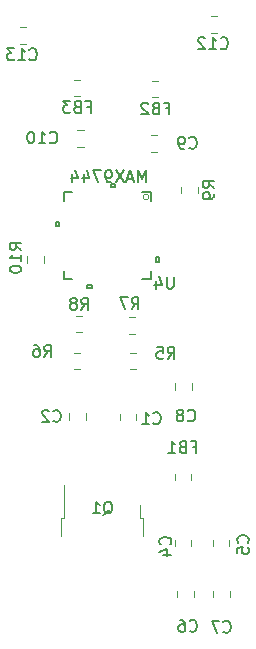
<source format=gbr>
G04 #@! TF.GenerationSoftware,KiCad,Pcbnew,(5.1.5)-3*
G04 #@! TF.CreationDate,2022-03-29T23:54:09-05:00*
G04 #@! TF.ProjectId,ControlBoardT4_22PinSound_PowerAmp,436f6e74-726f-46c4-926f-61726454345f,rev?*
G04 #@! TF.SameCoordinates,Original*
G04 #@! TF.FileFunction,Legend,Bot*
G04 #@! TF.FilePolarity,Positive*
%FSLAX46Y46*%
G04 Gerber Fmt 4.6, Leading zero omitted, Abs format (unit mm)*
G04 Created by KiCad (PCBNEW (5.1.5)-3) date 2022-03-29 23:54:09*
%MOMM*%
%LPD*%
G04 APERTURE LIST*
%ADD10C,0.120000*%
%ADD11C,0.152400*%
%ADD12C,0.150000*%
G04 APERTURE END LIST*
D10*
X129621920Y-111979808D02*
X129621920Y-112502312D01*
X128201920Y-111979808D02*
X128201920Y-112502312D01*
X123947420Y-111918848D02*
X123947420Y-112441352D01*
X125367420Y-111918848D02*
X125367420Y-112441352D01*
X134266040Y-122667868D02*
X134266040Y-123190372D01*
X132846040Y-122667868D02*
X132846040Y-123190372D01*
X137491840Y-122667868D02*
X137491840Y-123190372D01*
X136071840Y-122667868D02*
X136071840Y-123190372D01*
X133055860Y-126935328D02*
X133055860Y-127457832D01*
X134475860Y-126935328D02*
X134475860Y-127457832D01*
X136101320Y-126975968D02*
X136101320Y-127498472D01*
X137521320Y-126975968D02*
X137521320Y-127498472D01*
X134328540Y-109381388D02*
X134328540Y-109903892D01*
X132908540Y-109381388D02*
X132908540Y-109903892D01*
X130845228Y-88391660D02*
X131367732Y-88391660D01*
X130845228Y-89811660D02*
X131367732Y-89811660D01*
X125142192Y-87944620D02*
X124619688Y-87944620D01*
X125142192Y-89364620D02*
X124619688Y-89364620D01*
X136461252Y-78290000D02*
X135938748Y-78290000D01*
X136461252Y-79710000D02*
X135938748Y-79710000D01*
X120261252Y-80606700D02*
X119738748Y-80606700D01*
X120261252Y-79186700D02*
X119738748Y-79186700D01*
X132855200Y-117062348D02*
X132855200Y-117584852D01*
X134275200Y-117062348D02*
X134275200Y-117584852D01*
X131487112Y-83746000D02*
X130964608Y-83746000D01*
X131487112Y-85166000D02*
X130964608Y-85166000D01*
X124352988Y-83654560D02*
X124875492Y-83654560D01*
X124352988Y-85074560D02*
X124875492Y-85074560D01*
X129579572Y-106771100D02*
X129057068Y-106771100D01*
X129579572Y-108191100D02*
X129057068Y-108191100D01*
X124819612Y-108191100D02*
X124297108Y-108191100D01*
X124819612Y-106771100D02*
X124297108Y-106771100D01*
X129006268Y-103738340D02*
X129528772Y-103738340D01*
X129006268Y-105158340D02*
X129528772Y-105158340D01*
X125045672Y-103649440D02*
X124523168Y-103649440D01*
X125045672Y-105069440D02*
X124523168Y-105069440D01*
X133414000Y-93260652D02*
X133414000Y-92738148D01*
X134834000Y-93260652D02*
X134834000Y-92738148D01*
X120355860Y-99157152D02*
X120355860Y-98634648D01*
X121775860Y-99157152D02*
X121775860Y-98634648D01*
X123258200Y-122281400D02*
X123258200Y-120781400D01*
X123258200Y-120781400D02*
X123528200Y-120781400D01*
X123528200Y-120781400D02*
X123528200Y-117951400D01*
X130158200Y-122281400D02*
X130158200Y-120781400D01*
X130158200Y-120781400D02*
X129888200Y-120781400D01*
X129888200Y-120781400D02*
X129888200Y-119681400D01*
D11*
X127459499Y-92785200D02*
X127840499Y-92785200D01*
X127459499Y-92531200D02*
X127459499Y-92785200D01*
X127840499Y-92531200D02*
X127459499Y-92531200D01*
X127840499Y-92785200D02*
X127840499Y-92531200D01*
X123035200Y-95709499D02*
X122781200Y-95709499D01*
X123035200Y-96090499D02*
X123035200Y-95709499D01*
X122781200Y-96090499D02*
X123035200Y-96090499D01*
X122781200Y-95709499D02*
X122781200Y-96090499D01*
X125459500Y-101014800D02*
X125840500Y-101014800D01*
X125459500Y-101268800D02*
X125459500Y-101014800D01*
X125840500Y-101268800D02*
X125459500Y-101268800D01*
X125840500Y-101014800D02*
X125840500Y-101268800D01*
X131264800Y-98709501D02*
X131518800Y-98709501D01*
X131264800Y-99090501D02*
X131264800Y-98709501D01*
X131518800Y-99090501D02*
X131264800Y-99090501D01*
X131518800Y-98709501D02*
X131518800Y-99090501D01*
X130109740Y-93217000D02*
X130833000Y-93217000D01*
X123467000Y-93940260D02*
X123467000Y-93217000D01*
X124190260Y-100583000D02*
X123467000Y-100583000D01*
X130833000Y-99859740D02*
X130833000Y-100583000D01*
X130833000Y-93217000D02*
X130833000Y-93940260D01*
X123467000Y-93217000D02*
X124190260Y-93217000D01*
X123467000Y-100583000D02*
X123467000Y-99859740D01*
X130833000Y-100583000D02*
X130109740Y-100583000D01*
D10*
X130659735Y-93600540D02*
G75*
G03X130659735Y-93600540I-230595J0D01*
G01*
D12*
X131059786Y-112734202D02*
X131107405Y-112781821D01*
X131250262Y-112829440D01*
X131345500Y-112829440D01*
X131488358Y-112781821D01*
X131583596Y-112686583D01*
X131631215Y-112591345D01*
X131678834Y-112400869D01*
X131678834Y-112258012D01*
X131631215Y-112067536D01*
X131583596Y-111972298D01*
X131488358Y-111877060D01*
X131345500Y-111829440D01*
X131250262Y-111829440D01*
X131107405Y-111877060D01*
X131059786Y-111924679D01*
X130107405Y-112829440D02*
X130678834Y-112829440D01*
X130393120Y-112829440D02*
X130393120Y-111829440D01*
X130488358Y-111972298D01*
X130583596Y-112067536D01*
X130678834Y-112115155D01*
X122588886Y-112537242D02*
X122636505Y-112584861D01*
X122779362Y-112632480D01*
X122874600Y-112632480D01*
X123017458Y-112584861D01*
X123112696Y-112489623D01*
X123160315Y-112394385D01*
X123207934Y-112203909D01*
X123207934Y-112061052D01*
X123160315Y-111870576D01*
X123112696Y-111775338D01*
X123017458Y-111680100D01*
X122874600Y-111632480D01*
X122779362Y-111632480D01*
X122636505Y-111680100D01*
X122588886Y-111727719D01*
X122207934Y-111727719D02*
X122160315Y-111680100D01*
X122065077Y-111632480D01*
X121826981Y-111632480D01*
X121731743Y-111680100D01*
X121684124Y-111727719D01*
X121636505Y-111822957D01*
X121636505Y-111918195D01*
X121684124Y-112061052D01*
X122255553Y-112632480D01*
X121636505Y-112632480D01*
X132469462Y-123021793D02*
X132517081Y-122974174D01*
X132564700Y-122831317D01*
X132564700Y-122736079D01*
X132517081Y-122593221D01*
X132421843Y-122497983D01*
X132326605Y-122450364D01*
X132136129Y-122402745D01*
X131993272Y-122402745D01*
X131802796Y-122450364D01*
X131707558Y-122497983D01*
X131612320Y-122593221D01*
X131564700Y-122736079D01*
X131564700Y-122831317D01*
X131612320Y-122974174D01*
X131659939Y-123021793D01*
X131898034Y-123878936D02*
X132564700Y-123878936D01*
X131517081Y-123640840D02*
X132231367Y-123402745D01*
X132231367Y-124021793D01*
X139042982Y-122864313D02*
X139090601Y-122816694D01*
X139138220Y-122673837D01*
X139138220Y-122578599D01*
X139090601Y-122435741D01*
X138995363Y-122340503D01*
X138900125Y-122292884D01*
X138709649Y-122245265D01*
X138566792Y-122245265D01*
X138376316Y-122292884D01*
X138281078Y-122340503D01*
X138185840Y-122435741D01*
X138138220Y-122578599D01*
X138138220Y-122673837D01*
X138185840Y-122816694D01*
X138233459Y-122864313D01*
X138138220Y-123769075D02*
X138138220Y-123292884D01*
X138614411Y-123245265D01*
X138566792Y-123292884D01*
X138519173Y-123388122D01*
X138519173Y-123626218D01*
X138566792Y-123721456D01*
X138614411Y-123769075D01*
X138709649Y-123816694D01*
X138947744Y-123816694D01*
X139042982Y-123769075D01*
X139090601Y-123721456D01*
X139138220Y-123626218D01*
X139138220Y-123388122D01*
X139090601Y-123292884D01*
X139042982Y-123245265D01*
X134125566Y-130312162D02*
X134173185Y-130359781D01*
X134316042Y-130407400D01*
X134411280Y-130407400D01*
X134554138Y-130359781D01*
X134649376Y-130264543D01*
X134696995Y-130169305D01*
X134744614Y-129978829D01*
X134744614Y-129835972D01*
X134696995Y-129645496D01*
X134649376Y-129550258D01*
X134554138Y-129455020D01*
X134411280Y-129407400D01*
X134316042Y-129407400D01*
X134173185Y-129455020D01*
X134125566Y-129502639D01*
X133268423Y-129407400D02*
X133458900Y-129407400D01*
X133554138Y-129455020D01*
X133601757Y-129502639D01*
X133696995Y-129645496D01*
X133744614Y-129835972D01*
X133744614Y-130216924D01*
X133696995Y-130312162D01*
X133649376Y-130359781D01*
X133554138Y-130407400D01*
X133363661Y-130407400D01*
X133268423Y-130359781D01*
X133220804Y-130312162D01*
X133173185Y-130216924D01*
X133173185Y-129978829D01*
X133220804Y-129883591D01*
X133268423Y-129835972D01*
X133363661Y-129788353D01*
X133554138Y-129788353D01*
X133649376Y-129835972D01*
X133696995Y-129883591D01*
X133744614Y-129978829D01*
X136980526Y-130390902D02*
X137028145Y-130438521D01*
X137171002Y-130486140D01*
X137266240Y-130486140D01*
X137409098Y-130438521D01*
X137504336Y-130343283D01*
X137551955Y-130248045D01*
X137599574Y-130057569D01*
X137599574Y-129914712D01*
X137551955Y-129724236D01*
X137504336Y-129628998D01*
X137409098Y-129533760D01*
X137266240Y-129486140D01*
X137171002Y-129486140D01*
X137028145Y-129533760D01*
X136980526Y-129581379D01*
X136647193Y-129486140D02*
X135980526Y-129486140D01*
X136409098Y-130486140D01*
X133975706Y-112501682D02*
X134023325Y-112549301D01*
X134166182Y-112596920D01*
X134261420Y-112596920D01*
X134404278Y-112549301D01*
X134499516Y-112454063D01*
X134547135Y-112358825D01*
X134594754Y-112168349D01*
X134594754Y-112025492D01*
X134547135Y-111835016D01*
X134499516Y-111739778D01*
X134404278Y-111644540D01*
X134261420Y-111596920D01*
X134166182Y-111596920D01*
X134023325Y-111644540D01*
X133975706Y-111692159D01*
X133404278Y-112025492D02*
X133499516Y-111977873D01*
X133547135Y-111930254D01*
X133594754Y-111835016D01*
X133594754Y-111787397D01*
X133547135Y-111692159D01*
X133499516Y-111644540D01*
X133404278Y-111596920D01*
X133213801Y-111596920D01*
X133118563Y-111644540D01*
X133070944Y-111692159D01*
X133023325Y-111787397D01*
X133023325Y-111835016D01*
X133070944Y-111930254D01*
X133118563Y-111977873D01*
X133213801Y-112025492D01*
X133404278Y-112025492D01*
X133499516Y-112073111D01*
X133547135Y-112120730D01*
X133594754Y-112215968D01*
X133594754Y-112406444D01*
X133547135Y-112501682D01*
X133499516Y-112549301D01*
X133404278Y-112596920D01*
X133213801Y-112596920D01*
X133118563Y-112549301D01*
X133070944Y-112501682D01*
X133023325Y-112406444D01*
X133023325Y-112215968D01*
X133070944Y-112120730D01*
X133118563Y-112073111D01*
X133213801Y-112025492D01*
X134102706Y-89413082D02*
X134150325Y-89460701D01*
X134293182Y-89508320D01*
X134388420Y-89508320D01*
X134531278Y-89460701D01*
X134626516Y-89365463D01*
X134674135Y-89270225D01*
X134721754Y-89079749D01*
X134721754Y-88936892D01*
X134674135Y-88746416D01*
X134626516Y-88651178D01*
X134531278Y-88555940D01*
X134388420Y-88508320D01*
X134293182Y-88508320D01*
X134150325Y-88555940D01*
X134102706Y-88603559D01*
X133626516Y-89508320D02*
X133436040Y-89508320D01*
X133340801Y-89460701D01*
X133293182Y-89413082D01*
X133197944Y-89270225D01*
X133150325Y-89079749D01*
X133150325Y-88698797D01*
X133197944Y-88603559D01*
X133245563Y-88555940D01*
X133340801Y-88508320D01*
X133531278Y-88508320D01*
X133626516Y-88555940D01*
X133674135Y-88603559D01*
X133721754Y-88698797D01*
X133721754Y-88936892D01*
X133674135Y-89032130D01*
X133626516Y-89079749D01*
X133531278Y-89127368D01*
X133340801Y-89127368D01*
X133245563Y-89079749D01*
X133197944Y-89032130D01*
X133150325Y-88936892D01*
X122297997Y-88960962D02*
X122345616Y-89008581D01*
X122488473Y-89056200D01*
X122583711Y-89056200D01*
X122726568Y-89008581D01*
X122821806Y-88913343D01*
X122869425Y-88818105D01*
X122917044Y-88627629D01*
X122917044Y-88484772D01*
X122869425Y-88294296D01*
X122821806Y-88199058D01*
X122726568Y-88103820D01*
X122583711Y-88056200D01*
X122488473Y-88056200D01*
X122345616Y-88103820D01*
X122297997Y-88151439D01*
X121345616Y-89056200D02*
X121917044Y-89056200D01*
X121631330Y-89056200D02*
X121631330Y-88056200D01*
X121726568Y-88199058D01*
X121821806Y-88294296D01*
X121917044Y-88341915D01*
X120726568Y-88056200D02*
X120631330Y-88056200D01*
X120536092Y-88103820D01*
X120488473Y-88151439D01*
X120440854Y-88246677D01*
X120393235Y-88437153D01*
X120393235Y-88675248D01*
X120440854Y-88865724D01*
X120488473Y-88960962D01*
X120536092Y-89008581D01*
X120631330Y-89056200D01*
X120726568Y-89056200D01*
X120821806Y-89008581D01*
X120869425Y-88960962D01*
X120917044Y-88865724D01*
X120964663Y-88675248D01*
X120964663Y-88437153D01*
X120917044Y-88246677D01*
X120869425Y-88151439D01*
X120821806Y-88103820D01*
X120726568Y-88056200D01*
X136741257Y-80982742D02*
X136788876Y-81030361D01*
X136931733Y-81077980D01*
X137026971Y-81077980D01*
X137169828Y-81030361D01*
X137265066Y-80935123D01*
X137312685Y-80839885D01*
X137360304Y-80649409D01*
X137360304Y-80506552D01*
X137312685Y-80316076D01*
X137265066Y-80220838D01*
X137169828Y-80125600D01*
X137026971Y-80077980D01*
X136931733Y-80077980D01*
X136788876Y-80125600D01*
X136741257Y-80173219D01*
X135788876Y-81077980D02*
X136360304Y-81077980D01*
X136074590Y-81077980D02*
X136074590Y-80077980D01*
X136169828Y-80220838D01*
X136265066Y-80316076D01*
X136360304Y-80363695D01*
X135407923Y-80173219D02*
X135360304Y-80125600D01*
X135265066Y-80077980D01*
X135026971Y-80077980D01*
X134931733Y-80125600D01*
X134884114Y-80173219D01*
X134836495Y-80268457D01*
X134836495Y-80363695D01*
X134884114Y-80506552D01*
X135455542Y-81077980D01*
X134836495Y-81077980D01*
X120566657Y-81930242D02*
X120614276Y-81977861D01*
X120757133Y-82025480D01*
X120852371Y-82025480D01*
X120995228Y-81977861D01*
X121090466Y-81882623D01*
X121138085Y-81787385D01*
X121185704Y-81596909D01*
X121185704Y-81454052D01*
X121138085Y-81263576D01*
X121090466Y-81168338D01*
X120995228Y-81073100D01*
X120852371Y-81025480D01*
X120757133Y-81025480D01*
X120614276Y-81073100D01*
X120566657Y-81120719D01*
X119614276Y-82025480D02*
X120185704Y-82025480D01*
X119899990Y-82025480D02*
X119899990Y-81025480D01*
X119995228Y-81168338D01*
X120090466Y-81263576D01*
X120185704Y-81311195D01*
X119280942Y-81025480D02*
X118661895Y-81025480D01*
X118995228Y-81406433D01*
X118852371Y-81406433D01*
X118757133Y-81454052D01*
X118709514Y-81501671D01*
X118661895Y-81596909D01*
X118661895Y-81835004D01*
X118709514Y-81930242D01*
X118757133Y-81977861D01*
X118852371Y-82025480D01*
X119138085Y-82025480D01*
X119233323Y-81977861D01*
X119280942Y-81930242D01*
X134373133Y-114737571D02*
X134706466Y-114737571D01*
X134706466Y-115261380D02*
X134706466Y-114261380D01*
X134230276Y-114261380D01*
X133515990Y-114737571D02*
X133373133Y-114785190D01*
X133325514Y-114832809D01*
X133277895Y-114928047D01*
X133277895Y-115070904D01*
X133325514Y-115166142D01*
X133373133Y-115213761D01*
X133468371Y-115261380D01*
X133849323Y-115261380D01*
X133849323Y-114261380D01*
X133515990Y-114261380D01*
X133420752Y-114309000D01*
X133373133Y-114356619D01*
X133325514Y-114451857D01*
X133325514Y-114547095D01*
X133373133Y-114642333D01*
X133420752Y-114689952D01*
X133515990Y-114737571D01*
X133849323Y-114737571D01*
X132325514Y-115261380D02*
X132896942Y-115261380D01*
X132611228Y-115261380D02*
X132611228Y-114261380D01*
X132706466Y-114404238D01*
X132801704Y-114499476D01*
X132896942Y-114547095D01*
X132084593Y-86086371D02*
X132417926Y-86086371D01*
X132417926Y-86610180D02*
X132417926Y-85610180D01*
X131941736Y-85610180D01*
X131227450Y-86086371D02*
X131084593Y-86133990D01*
X131036974Y-86181609D01*
X130989355Y-86276847D01*
X130989355Y-86419704D01*
X131036974Y-86514942D01*
X131084593Y-86562561D01*
X131179831Y-86610180D01*
X131560783Y-86610180D01*
X131560783Y-85610180D01*
X131227450Y-85610180D01*
X131132212Y-85657800D01*
X131084593Y-85705419D01*
X131036974Y-85800657D01*
X131036974Y-85895895D01*
X131084593Y-85991133D01*
X131132212Y-86038752D01*
X131227450Y-86086371D01*
X131560783Y-86086371D01*
X130608402Y-85705419D02*
X130560783Y-85657800D01*
X130465545Y-85610180D01*
X130227450Y-85610180D01*
X130132212Y-85657800D01*
X130084593Y-85705419D01*
X130036974Y-85800657D01*
X130036974Y-85895895D01*
X130084593Y-86038752D01*
X130656021Y-86610180D01*
X130036974Y-86610180D01*
X125447573Y-85943131D02*
X125780906Y-85943131D01*
X125780906Y-86466940D02*
X125780906Y-85466940D01*
X125304716Y-85466940D01*
X124590430Y-85943131D02*
X124447573Y-85990750D01*
X124399954Y-86038369D01*
X124352335Y-86133607D01*
X124352335Y-86276464D01*
X124399954Y-86371702D01*
X124447573Y-86419321D01*
X124542811Y-86466940D01*
X124923763Y-86466940D01*
X124923763Y-85466940D01*
X124590430Y-85466940D01*
X124495192Y-85514560D01*
X124447573Y-85562179D01*
X124399954Y-85657417D01*
X124399954Y-85752655D01*
X124447573Y-85847893D01*
X124495192Y-85895512D01*
X124590430Y-85943131D01*
X124923763Y-85943131D01*
X124019001Y-85466940D02*
X123399954Y-85466940D01*
X123733287Y-85847893D01*
X123590430Y-85847893D01*
X123495192Y-85895512D01*
X123447573Y-85943131D01*
X123399954Y-86038369D01*
X123399954Y-86276464D01*
X123447573Y-86371702D01*
X123495192Y-86419321D01*
X123590430Y-86466940D01*
X123876144Y-86466940D01*
X123971382Y-86419321D01*
X124019001Y-86371702D01*
X132271366Y-107290860D02*
X132604700Y-106814670D01*
X132842795Y-107290860D02*
X132842795Y-106290860D01*
X132461842Y-106290860D01*
X132366604Y-106338480D01*
X132318985Y-106386099D01*
X132271366Y-106481337D01*
X132271366Y-106624194D01*
X132318985Y-106719432D01*
X132366604Y-106767051D01*
X132461842Y-106814670D01*
X132842795Y-106814670D01*
X131366604Y-106290860D02*
X131842795Y-106290860D01*
X131890414Y-106767051D01*
X131842795Y-106719432D01*
X131747557Y-106671813D01*
X131509461Y-106671813D01*
X131414223Y-106719432D01*
X131366604Y-106767051D01*
X131318985Y-106862289D01*
X131318985Y-107100384D01*
X131366604Y-107195622D01*
X131414223Y-107243241D01*
X131509461Y-107290860D01*
X131747557Y-107290860D01*
X131842795Y-107243241D01*
X131890414Y-107195622D01*
X121824346Y-107130840D02*
X122157680Y-106654650D01*
X122395775Y-107130840D02*
X122395775Y-106130840D01*
X122014822Y-106130840D01*
X121919584Y-106178460D01*
X121871965Y-106226079D01*
X121824346Y-106321317D01*
X121824346Y-106464174D01*
X121871965Y-106559412D01*
X121919584Y-106607031D01*
X122014822Y-106654650D01*
X122395775Y-106654650D01*
X120967203Y-106130840D02*
X121157680Y-106130840D01*
X121252918Y-106178460D01*
X121300537Y-106226079D01*
X121395775Y-106368936D01*
X121443394Y-106559412D01*
X121443394Y-106940364D01*
X121395775Y-107035602D01*
X121348156Y-107083221D01*
X121252918Y-107130840D01*
X121062441Y-107130840D01*
X120967203Y-107083221D01*
X120919584Y-107035602D01*
X120871965Y-106940364D01*
X120871965Y-106702269D01*
X120919584Y-106607031D01*
X120967203Y-106559412D01*
X121062441Y-106511793D01*
X121252918Y-106511793D01*
X121348156Y-106559412D01*
X121395775Y-106607031D01*
X121443394Y-106702269D01*
X129205586Y-103097320D02*
X129538920Y-102621130D01*
X129777015Y-103097320D02*
X129777015Y-102097320D01*
X129396062Y-102097320D01*
X129300824Y-102144940D01*
X129253205Y-102192559D01*
X129205586Y-102287797D01*
X129205586Y-102430654D01*
X129253205Y-102525892D01*
X129300824Y-102573511D01*
X129396062Y-102621130D01*
X129777015Y-102621130D01*
X128872253Y-102097320D02*
X128205586Y-102097320D01*
X128634158Y-103097320D01*
X124951086Y-103161820D02*
X125284420Y-102685630D01*
X125522515Y-103161820D02*
X125522515Y-102161820D01*
X125141562Y-102161820D01*
X125046324Y-102209440D01*
X124998705Y-102257059D01*
X124951086Y-102352297D01*
X124951086Y-102495154D01*
X124998705Y-102590392D01*
X125046324Y-102638011D01*
X125141562Y-102685630D01*
X125522515Y-102685630D01*
X124379658Y-102590392D02*
X124474896Y-102542773D01*
X124522515Y-102495154D01*
X124570134Y-102399916D01*
X124570134Y-102352297D01*
X124522515Y-102257059D01*
X124474896Y-102209440D01*
X124379658Y-102161820D01*
X124189181Y-102161820D01*
X124093943Y-102209440D01*
X124046324Y-102257059D01*
X123998705Y-102352297D01*
X123998705Y-102399916D01*
X124046324Y-102495154D01*
X124093943Y-102542773D01*
X124189181Y-102590392D01*
X124379658Y-102590392D01*
X124474896Y-102638011D01*
X124522515Y-102685630D01*
X124570134Y-102780868D01*
X124570134Y-102971344D01*
X124522515Y-103066582D01*
X124474896Y-103114201D01*
X124379658Y-103161820D01*
X124189181Y-103161820D01*
X124093943Y-103114201D01*
X124046324Y-103066582D01*
X123998705Y-102971344D01*
X123998705Y-102780868D01*
X124046324Y-102685630D01*
X124093943Y-102638011D01*
X124189181Y-102590392D01*
X136226380Y-92832733D02*
X135750190Y-92499400D01*
X136226380Y-92261304D02*
X135226380Y-92261304D01*
X135226380Y-92642257D01*
X135274000Y-92737495D01*
X135321619Y-92785114D01*
X135416857Y-92832733D01*
X135559714Y-92832733D01*
X135654952Y-92785114D01*
X135702571Y-92737495D01*
X135750190Y-92642257D01*
X135750190Y-92261304D01*
X136226380Y-93308923D02*
X136226380Y-93499400D01*
X136178761Y-93594638D01*
X136131142Y-93642257D01*
X135988285Y-93737495D01*
X135797809Y-93785114D01*
X135416857Y-93785114D01*
X135321619Y-93737495D01*
X135274000Y-93689876D01*
X135226380Y-93594638D01*
X135226380Y-93404161D01*
X135274000Y-93308923D01*
X135321619Y-93261304D01*
X135416857Y-93213685D01*
X135654952Y-93213685D01*
X135750190Y-93261304D01*
X135797809Y-93308923D01*
X135845428Y-93404161D01*
X135845428Y-93594638D01*
X135797809Y-93689876D01*
X135750190Y-93737495D01*
X135654952Y-93785114D01*
X119885020Y-98093022D02*
X119408830Y-97759689D01*
X119885020Y-97521594D02*
X118885020Y-97521594D01*
X118885020Y-97902546D01*
X118932640Y-97997784D01*
X118980259Y-98045403D01*
X119075497Y-98093022D01*
X119218354Y-98093022D01*
X119313592Y-98045403D01*
X119361211Y-97997784D01*
X119408830Y-97902546D01*
X119408830Y-97521594D01*
X119885020Y-99045403D02*
X119885020Y-98473975D01*
X119885020Y-98759689D02*
X118885020Y-98759689D01*
X119027878Y-98664451D01*
X119123116Y-98569213D01*
X119170735Y-98473975D01*
X118885020Y-99664451D02*
X118885020Y-99759689D01*
X118932640Y-99854927D01*
X118980259Y-99902546D01*
X119075497Y-99950165D01*
X119265973Y-99997784D01*
X119504068Y-99997784D01*
X119694544Y-99950165D01*
X119789782Y-99902546D01*
X119837401Y-99854927D01*
X119885020Y-99759689D01*
X119885020Y-99664451D01*
X119837401Y-99569213D01*
X119789782Y-99521594D01*
X119694544Y-99473975D01*
X119504068Y-99426356D01*
X119265973Y-99426356D01*
X119075497Y-99473975D01*
X118980259Y-99521594D01*
X118932640Y-99569213D01*
X118885020Y-99664451D01*
X126830378Y-120489959D02*
X126925616Y-120442340D01*
X127020854Y-120347101D01*
X127163711Y-120204244D01*
X127258949Y-120156625D01*
X127354187Y-120156625D01*
X127306568Y-120394720D02*
X127401806Y-120347101D01*
X127497044Y-120251863D01*
X127544663Y-120061387D01*
X127544663Y-119728054D01*
X127497044Y-119537578D01*
X127401806Y-119442340D01*
X127306568Y-119394720D01*
X127116092Y-119394720D01*
X127020854Y-119442340D01*
X126925616Y-119537578D01*
X126877997Y-119728054D01*
X126877997Y-120061387D01*
X126925616Y-120251863D01*
X127020854Y-120347101D01*
X127116092Y-120394720D01*
X127306568Y-120394720D01*
X125925616Y-120394720D02*
X126497044Y-120394720D01*
X126211330Y-120394720D02*
X126211330Y-119394720D01*
X126306568Y-119537578D01*
X126401806Y-119632816D01*
X126497044Y-119680435D01*
X132761904Y-100352380D02*
X132761904Y-101161904D01*
X132714285Y-101257142D01*
X132666666Y-101304761D01*
X132571428Y-101352380D01*
X132380952Y-101352380D01*
X132285714Y-101304761D01*
X132238095Y-101257142D01*
X132190476Y-101161904D01*
X132190476Y-100352380D01*
X131285714Y-100685714D02*
X131285714Y-101352380D01*
X131523809Y-100304761D02*
X131761904Y-101019047D01*
X131142857Y-101019047D01*
X130442857Y-92352380D02*
X130442857Y-91352380D01*
X130109523Y-92066666D01*
X129776190Y-91352380D01*
X129776190Y-92352380D01*
X129347619Y-92066666D02*
X128871428Y-92066666D01*
X129442857Y-92352380D02*
X129109523Y-91352380D01*
X128776190Y-92352380D01*
X128538095Y-91352380D02*
X127871428Y-92352380D01*
X127871428Y-91352380D02*
X128538095Y-92352380D01*
X127442857Y-92352380D02*
X127252380Y-92352380D01*
X127157142Y-92304761D01*
X127109523Y-92257142D01*
X127014285Y-92114285D01*
X126966666Y-91923809D01*
X126966666Y-91542857D01*
X127014285Y-91447619D01*
X127061904Y-91400000D01*
X127157142Y-91352380D01*
X127347619Y-91352380D01*
X127442857Y-91400000D01*
X127490476Y-91447619D01*
X127538095Y-91542857D01*
X127538095Y-91780952D01*
X127490476Y-91876190D01*
X127442857Y-91923809D01*
X127347619Y-91971428D01*
X127157142Y-91971428D01*
X127061904Y-91923809D01*
X127014285Y-91876190D01*
X126966666Y-91780952D01*
X126633333Y-91352380D02*
X125966666Y-91352380D01*
X126395238Y-92352380D01*
X125157142Y-91685714D02*
X125157142Y-92352380D01*
X125395238Y-91304761D02*
X125633333Y-92019047D01*
X125014285Y-92019047D01*
X124204761Y-91685714D02*
X124204761Y-92352380D01*
X124442857Y-91304761D02*
X124680952Y-92019047D01*
X124061904Y-92019047D01*
M02*

</source>
